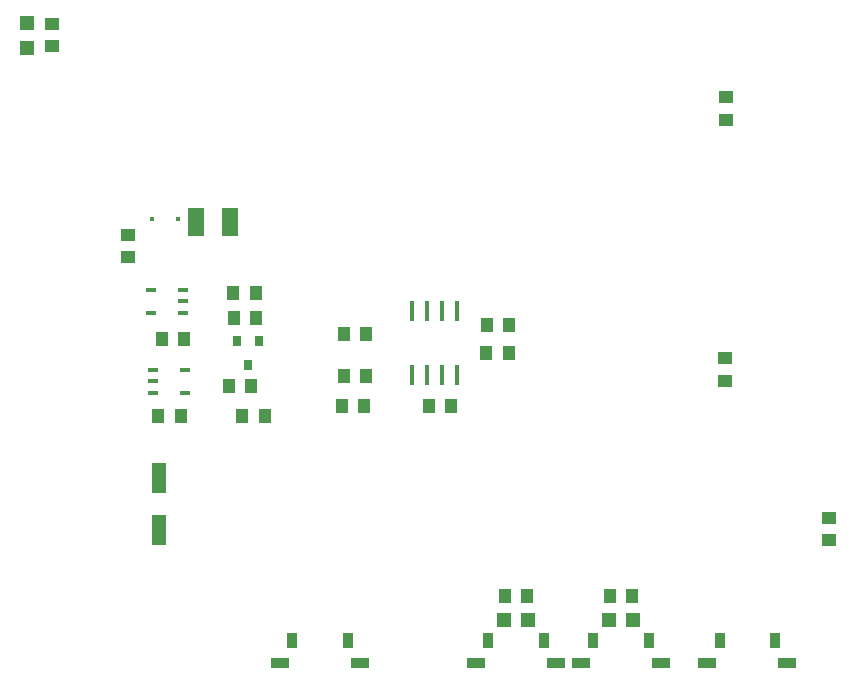
<source format=gtp>
G04 DipTrace Beta 3.0.9.0*
G04 TeensyArbotixProRPIT3.6V0.3.gtp*
%MOIN*%
G04 #@! TF.FileFunction,Paste,Top*
G04 #@! TF.Part,Single*
%AMOUTLINE0*
4,1,4,
-0.0175,-0.025,
-0.0175,0.025,
0.0175,0.025,
0.0175,-0.025,
-0.0175,-0.025,
0*%
%AMOUTLINE1*
4,1,4,
0.0285,-0.0155,
-0.0285,-0.0155,
-0.0285,0.0155,
0.0285,0.0155,
0.0285,-0.0155,
0*%
%ADD32R,0.05X0.1*%
%ADD45R,0.047244X0.047244*%
%ADD49R,0.031496X0.035433*%
%ADD72R,0.01559X0.01559*%
%ADD76R,0.01559X0.070708*%
%ADD80R,0.035275X0.01559*%
%ADD108R,0.051023X0.043149*%
%ADD110R,0.05496X0.098267*%
%ADD114R,0.043149X0.051023*%
%ADD119OUTLINE0*%
%ADD120OUTLINE1*%
%FSLAX26Y26*%
G04*
G70*
G90*
G75*
G01*
G04 TopPaste*
%LPD*%
D114*
X1616746Y1305891D3*
X1541943D3*
D32*
X933853Y1066785D3*
Y891785D3*
D114*
X942688Y1530458D3*
X1017491D3*
X1831688Y1305672D3*
X1906491D3*
D110*
X1058050Y1919275D3*
X1168286D3*
D114*
X2098481Y1481641D3*
X2023677D3*
X1005170Y1274318D3*
X930366D3*
D108*
X3165457Y859415D3*
Y934218D3*
D119*
X2030885Y524016D3*
X2215885D3*
D120*
X1990385Y449516D3*
X2256385D3*
D45*
X2164723Y594016D3*
X2082046D3*
X2514723D3*
X2432046D3*
X494778Y2500529D3*
Y2583206D3*
D49*
X1267525Y1524100D3*
X1192722D3*
X1230124Y1441423D3*
D114*
X1285605Y1271906D3*
X1210802D3*
D108*
X2819320Y1465904D3*
Y1391101D3*
X830469Y1876446D3*
Y1801643D3*
D114*
X2100360Y1575170D3*
X2025557D3*
D108*
X575080Y2506145D3*
Y2580948D3*
D114*
X1165183Y1373352D3*
X1239986D3*
X2160786Y674016D3*
X2085983D3*
X1180891Y1683156D3*
X1255694D3*
X1182601Y1599009D3*
X1257404D3*
D108*
X2823517Y2334710D3*
Y2259907D3*
D114*
X2510786Y674016D3*
X2435983D3*
X1624630Y1405702D3*
X1549827D3*
D119*
X1376516Y524016D3*
X1561516D3*
D120*
X1336016Y449516D3*
X1602016D3*
D119*
X2380885Y524016D3*
X2565885D3*
D120*
X2340385Y449516D3*
X2606385D3*
D119*
X2801516Y524016D3*
X2986516D3*
D120*
X2761016Y449516D3*
X3027016D3*
D80*
X913715Y1425414D3*
Y1388012D3*
Y1350610D3*
X1020015D3*
Y1425414D3*
X1014109Y1617776D3*
Y1655177D3*
Y1692579D3*
X907810D3*
Y1617776D3*
D76*
X1925902Y1621978D3*
X1875902D3*
X1825902D3*
X1775902D3*
Y1409380D3*
X1825902D3*
X1875902D3*
X1925902D3*
D114*
X1549827Y1547112D3*
X1624630D3*
D72*
X910026Y1929049D3*
X996641D3*
M02*

</source>
